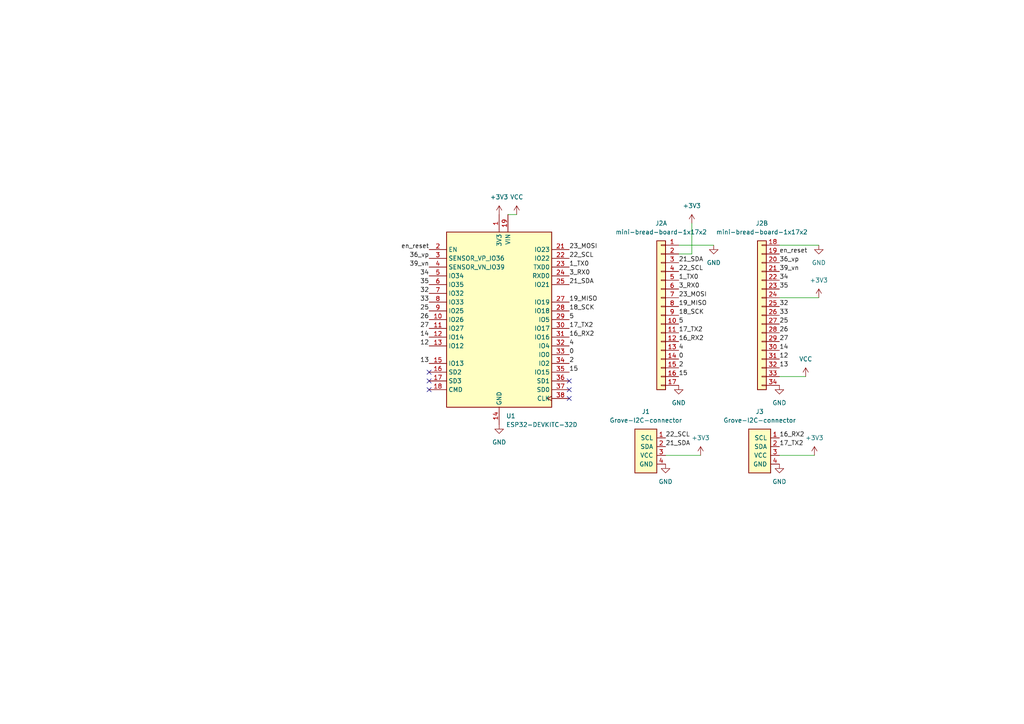
<source format=kicad_sch>
(kicad_sch (version 20230121) (generator eeschema)
  (paper "A4")
  (lib_symbols
    (symbol "asukiaaa-kicad-symbols:ESP32-DEVKITC-32D"
      (property "Reference" "U" (at 12.7 26.67 0))
      (property "Value" "ESP32-DEVKITC-32D" (at 5.08 -27.94 0))
      (symbol "ESP32-DEVKITC-32D_0_0"
        (rectangle (start -15.24 25.4) (end 15.24 -25.4) (stroke (width 0.254)) (fill (type background)))
        (pin power_in line (at 0 30.48 270) (length 5.08) (name "3V3") (number "1"))
        (pin bidirectional line (at -20.32 0 0) (length 5.08) (name "IO26") (number "10"))
        (pin bidirectional line (at -20.32 -2.54 0) (length 5.08) (name "IO27") (number "11"))
        (pin bidirectional line (at -20.32 -5.08 0) (length 5.08) (name "IO14") (number "12"))
        (pin bidirectional line (at -20.32 -7.62 0) (length 5.08) (name "IO12") (number "13"))
        (pin power_in line (at 0 -30.48 90) (length 5.08) (name "GND") (number "14"))
        (pin bidirectional line (at -20.32 -12.7 0) (length 5.08) (name "IO13") (number "15"))
        (pin bidirectional line (at -20.32 -15.24 0) (length 5.08) (name "SD2") (number "16"))
        (pin bidirectional line (at -20.32 -17.78 0) (length 5.08) (name "SD3") (number "17"))
        (pin bidirectional line (at -20.32 -20.32 0) (length 5.08) (name "CMD") (number "18"))
        (pin power_in line (at 2.54 30.48 270) (length 5.08) (name "VIN") (number "19"))
        (pin input line (at -20.32 20.32 0) (length 5.08) (name "EN") (number "2"))
        (pin passive line (at 0 -30.48 90) (length 5.08) hide (name "GND") (number "20"))
        (pin bidirectional line (at 20.32 20.32 180) (length 5.08) (name "IO23") (number "21"))
        (pin bidirectional line (at 20.32 17.78 180) (length 5.08) (name "IO22") (number "22"))
        (pin output line (at 20.32 15.24 180) (length 5.08) (name "TXD0") (number "23"))
        (pin input line (at 20.32 12.7 180) (length 5.08) (name "RXD0") (number "24"))
        (pin bidirectional line (at 20.32 10.16 180) (length 5.08) (name "IO21") (number "25"))
        (pin passive line (at 0 -30.48 90) (length 5.08) hide (name "GND") (number "26"))
        (pin bidirectional line (at 20.32 5.08 180) (length 5.08) (name "IO19") (number "27"))
        (pin bidirectional line (at 20.32 2.54 180) (length 5.08) (name "IO18") (number "28"))
        (pin bidirectional line (at 20.32 0 180) (length 5.08) (name "IO5") (number "29"))
        (pin input line (at -20.32 17.78 0) (length 5.08) (name "SENSOR_VP_IO36") (number "3"))
        (pin bidirectional line (at 20.32 -2.54 180) (length 5.08) (name "IO17") (number "30"))
        (pin bidirectional line (at 20.32 -5.08 180) (length 5.08) (name "IO16") (number "31"))
        (pin bidirectional line (at 20.32 -7.62 180) (length 5.08) (name "IO4") (number "32"))
        (pin bidirectional line (at 20.32 -10.16 180) (length 5.08) (name "IO0") (number "33"))
        (pin bidirectional line (at 20.32 -12.7 180) (length 5.08) (name "IO2") (number "34"))
        (pin bidirectional line (at 20.32 -15.24 180) (length 5.08) (name "IO15") (number "35"))
        (pin bidirectional line (at 20.32 -17.78 180) (length 5.08) (name "SD1") (number "36"))
        (pin bidirectional line (at 20.32 -20.32 180) (length 5.08) (name "SD0") (number "37"))
        (pin input clock (at 20.32 -22.86 180) (length 5.08) (name "CLK") (number "38"))
        (pin input line (at -20.32 15.24 0) (length 5.08) (name "SENSOR_VN_IO39") (number "4"))
        (pin bidirectional line (at -20.32 12.7 0) (length 5.08) (name "IO34") (number "5"))
        (pin bidirectional line (at -20.32 10.16 0) (length 5.08) (name "IO35") (number "6"))
        (pin bidirectional line (at -20.32 7.62 0) (length 5.08) (name "IO32") (number "7"))
        (pin bidirectional line (at -20.32 5.08 0) (length 5.08) (name "IO33") (number "8"))
        (pin bidirectional line (at -20.32 2.54 0) (length 5.08) (name "IO25") (number "9"))
      )
    )
    (symbol "asukiaaa-kicad-symbols:Grove-I2C-connector" (pin_names (offset 1.016))
      (property "Reference" "J" (at 1.27 -7.62 0))
      (property "Value" "Grove-I2C-connector" (at 1.27 7.62 0))
      (symbol "Grove-I2C-connector_0_1"
        (rectangle (start -2.54 6.35) (end 3.81 -6.35) (stroke (width 0.254)) (fill (type background)))
      )
      (symbol "Grove-I2C-connector_1_1"
        (pin input line (at 6.35 3.81 180) (length 2.54) (name "SCL") (number "1"))
        (pin input line (at 6.35 1.27 180) (length 2.54) (name "SDA") (number "2"))
        (pin power_in line (at 6.35 -1.27 180) (length 2.54) (name "VCC") (number "3"))
        (pin power_in line (at 6.35 -3.81 180) (length 2.54) (name "GND") (number "4"))
      )
    )
    (symbol "asukiaaa-kicad-symbols:mini-bread-board-1x17x2" (pin_names hide)
      (property "Reference" "J" (at 0 26.67 0))
      (property "Value" "mini-bread-board-1x17x2" (at 0 24.13 0))
      (symbol "mini-bread-board-1x17x2_1_1"
        (rectangle (start -1.27 -20.193) (end 0 -20.447) (stroke (width 0.1524)))
        (rectangle (start -1.27 -17.653) (end 0 -17.907) (stroke (width 0.1524)))
        (rectangle (start -1.27 -15.113) (end 0 -15.367) (stroke (width 0.1524)))
        (rectangle (start -1.27 -12.573) (end 0 -12.827) (stroke (width 0.1524)))
        (rectangle (start -1.27 -10.033) (end 0 -10.287) (stroke (width 0.1524)))
        (rectangle (start -1.27 -7.493) (end 0 -7.747) (stroke (width 0.1524)))
        (rectangle (start -1.27 -4.953) (end 0 -5.207) (stroke (width 0.1524)))
        (rectangle (start -1.27 -2.413) (end 0 -2.667) (stroke (width 0.1524)))
        (rectangle (start -1.27 0.127) (end 0 -0.127) (stroke (width 0.1524)))
        (rectangle (start -1.27 2.667) (end 0 2.413) (stroke (width 0.1524)))
        (rectangle (start -1.27 5.207) (end 0 4.953) (stroke (width 0.1524)))
        (rectangle (start -1.27 7.747) (end 0 7.493) (stroke (width 0.1524)))
        (rectangle (start -1.27 10.287) (end 0 10.033) (stroke (width 0.1524)))
        (rectangle (start -1.27 12.827) (end 0 12.573) (stroke (width 0.1524)))
        (rectangle (start -1.27 15.367) (end 0 15.113) (stroke (width 0.1524)))
        (rectangle (start -1.27 17.907) (end 0 17.653) (stroke (width 0.1524)))
        (rectangle (start -1.27 20.447) (end 0 20.193) (stroke (width 0.1524)))
        (rectangle (start -1.27 21.59) (end 1.27 -21.59) (stroke (width 0.254)) (fill (type background)))
        (pin passive line (at -5.08 20.32 0) (length 3.81) (name "Pin_18") (number "1"))
        (pin passive line (at -5.08 -2.54 0) (length 3.81) (name "Pin_27") (number "10"))
        (pin passive line (at -5.08 -5.08 0) (length 3.81) (name "Pin_28") (number "11"))
        (pin passive line (at -5.08 -7.62 0) (length 3.81) (name "Pin_29") (number "12"))
        (pin passive line (at -5.08 -10.16 0) (length 3.81) (name "Pin_30") (number "13"))
        (pin passive line (at -5.08 -12.7 0) (length 3.81) (name "Pin_31") (number "14"))
        (pin passive line (at -5.08 -15.24 0) (length 3.81) (name "Pin_32") (number "15"))
        (pin passive line (at -5.08 -17.78 0) (length 3.81) (name "Pin_33") (number "16"))
        (pin passive line (at -5.08 -20.32 0) (length 3.81) (name "Pin_34") (number "17"))
        (pin passive line (at -5.08 17.78 0) (length 3.81) (name "Pin_19") (number "2"))
        (pin passive line (at -5.08 15.24 0) (length 3.81) (name "Pin_20") (number "3"))
        (pin passive line (at -5.08 12.7 0) (length 3.81) (name "Pin_21") (number "4"))
        (pin passive line (at -5.08 10.16 0) (length 3.81) (name "Pin_22") (number "5"))
        (pin passive line (at -5.08 7.62 0) (length 3.81) (name "Pin_23") (number "6"))
        (pin passive line (at -5.08 5.08 0) (length 3.81) (name "Pin_24") (number "7"))
        (pin passive line (at -5.08 2.54 0) (length 3.81) (name "Pin_25") (number "8"))
        (pin passive line (at -5.08 0 0) (length 3.81) (name "Pin_26") (number "9"))
      )
      (symbol "mini-bread-board-1x17x2_2_1"
        (rectangle (start 0 -20.193) (end -1.27 -20.447) (stroke (width 0.1524)))
        (rectangle (start 0 -17.653) (end -1.27 -17.907) (stroke (width 0.1524)))
        (rectangle (start 0 -15.113) (end -1.27 -15.367) (stroke (width 0.1524)))
        (rectangle (start 0 -12.573) (end -1.27 -12.827) (stroke (width 0.1524)))
        (rectangle (start 0 -10.033) (end -1.27 -10.287) (stroke (width 0.1524)))
        (rectangle (start 0 -7.493) (end -1.27 -7.747) (stroke (width 0.1524)))
        (rectangle (start 0 -4.953) (end -1.27 -5.207) (stroke (width 0.1524)))
        (rectangle (start 0 -2.413) (end -1.27 -2.667) (stroke (width 0.1524)))
        (rectangle (start 0 0.127) (end -1.27 -0.127) (stroke (width 0.1524)))
        (rectangle (start 0 2.667) (end -1.27 2.413) (stroke (width 0.1524)))
        (rectangle (start 0 5.207) (end -1.27 4.953) (stroke (width 0.1524)))
        (rectangle (start 0 7.747) (end -1.27 7.493) (stroke (width 0.1524)))
        (rectangle (start 0 10.287) (end -1.27 10.033) (stroke (width 0.1524)))
        (rectangle (start 0 12.827) (end -1.27 12.573) (stroke (width 0.1524)))
        (rectangle (start 0 15.367) (end -1.27 15.113) (stroke (width 0.1524)))
        (rectangle (start 0 17.907) (end -1.27 17.653) (stroke (width 0.1524)))
        (rectangle (start 0 20.447) (end -1.27 20.193) (stroke (width 0.1524)))
        (rectangle (start 1.27 21.59) (end -1.27 -21.59) (stroke (width 0.254)) (fill (type background)))
        (pin passive line (at -5.08 -20.32 0) (length 3.81) (name "Pin_18") (number "18"))
        (pin passive line (at -5.08 -17.78 0) (length 3.81) (name "Pin_19") (number "19"))
        (pin passive line (at -5.08 -15.24 0) (length 3.81) (name "Pin_20") (number "20"))
        (pin passive line (at -5.08 -12.7 0) (length 3.81) (name "Pin_21") (number "21"))
        (pin passive line (at -5.08 -10.16 0) (length 3.81) (name "Pin_22") (number "22"))
        (pin passive line (at -5.08 -7.62 0) (length 3.81) (name "Pin_23") (number "23"))
        (pin passive line (at -5.08 -5.08 0) (length 3.81) (name "Pin_24") (number "24"))
        (pin passive line (at -5.08 -2.54 0) (length 3.81) (name "Pin_25") (number "25"))
        (pin passive line (at -5.08 0 0) (length 3.81) (name "Pin_26") (number "26"))
        (pin passive line (at -5.08 2.54 0) (length 3.81) (name "Pin_27") (number "27"))
        (pin passive line (at -5.08 5.08 0) (length 3.81) (name "Pin_28") (number "28"))
        (pin passive line (at -5.08 7.62 0) (length 3.81) (name "Pin_29") (number "29"))
        (pin passive line (at -5.08 10.16 0) (length 3.81) (name "Pin_30") (number "30"))
        (pin passive line (at -5.08 12.7 0) (length 3.81) (name "Pin_31") (number "31"))
        (pin passive line (at -5.08 15.24 0) (length 3.81) (name "Pin_32") (number "32"))
        (pin passive line (at -5.08 17.78 0) (length 3.81) (name "Pin_33") (number "33"))
        (pin passive line (at -5.08 20.32 0) (length 3.81) (name "Pin_34") (number "34"))
      )
    )
    (symbol "power:+3V3" (power) (pin_names (offset 0))
      (property "Value" "+3V3" (at 0 3.556 0))
      (symbol "+3V3_0_1"
        (polyline (pts (xy -0.762 1.27) (xy 0 2.54)))
        (polyline (pts (xy 0 0) (xy 0 2.54)))
        (polyline (pts (xy 0 2.54) (xy 0.762 1.27)))
      )
      (symbol "+3V3_1_1"
        (pin power_in line (at 0 0 90) (length 0) hide (name "+3V3") (number "1"))
      )
    )
    (symbol "power:GND" (power) (pin_names (offset 0))
      (property "Value" "GND" (at 0 -3.81 0))
      (symbol "GND_0_1"
        (polyline (pts (xy 0 0) (xy 0 -1.27) (xy 1.27 -1.27) (xy 0 -2.54) (xy -1.27 -1.27) (xy 0 -1.27)))
      )
      (symbol "GND_1_1"
        (pin power_in line (at 0 0 270) (length 0) hide (name "GND") (number "1"))
      )
    )
    (symbol "power:VCC" (power) (pin_names (offset 0))
      (property "Value" "VCC" (at 0 3.81 0))
      (symbol "VCC_0_1"
        (polyline (pts (xy -0.762 1.27) (xy 0 2.54)))
        (polyline (pts (xy 0 0) (xy 0 2.54)))
        (polyline (pts (xy 0 2.54) (xy 0.762 1.27)))
      )
      (symbol "VCC_1_1"
        (pin power_in line (at 0 0 90) (length 0) hide (name "VCC") (number "1"))
      )
    )
  )
  (no_connect (at 165.1 115.57))
  (no_connect (at 124.46 110.49))
  (no_connect (at 165.1 110.49))
  (no_connect (at 165.1 113.03))
  (no_connect (at 124.46 113.03))
  (no_connect (at 124.46 107.95))
  (wire (pts (xy 200.66 73.66) (xy 196.85 73.66)))
  (wire (pts (xy 226.06 86.36) (xy 237.49 86.36)))
  (wire (pts (xy 147.32 62.23) (xy 149.86 62.23)))
  (wire (pts (xy 226.06 132.08) (xy 236.22 132.08)))
  (wire (pts (xy 196.85 71.12) (xy 207.01 71.12)))
  (wire (pts (xy 200.66 64.77) (xy 200.66 73.66)))
  (wire (pts (xy 226.06 71.12) (xy 237.49 71.12)))
  (wire (pts (xy 193.04 132.08) (xy 203.2 132.08)))
  (wire (pts (xy 226.06 109.22) (xy 233.68 109.22)))
  (label "23_MOSI" (at 165.1 72.39 0))
  (label "27" (at 226.06 99.06 0))
  (label "19_MISO" (at 196.85 88.9 0))
  (label "5" (at 165.1 92.71 0))
  (label "13" (at 226.06 106.68 0))
  (label "17_TX2" (at 196.85 96.52 0))
  (label "13" (at 124.46 105.41 180))
  (label "26" (at 226.06 96.52 0))
  (label "33" (at 124.46 87.63 180))
  (label "en_reset" (at 226.06 73.66 0))
  (label "12" (at 226.06 104.14 0))
  (label "1_TX0" (at 165.1 77.47 0))
  (label "4" (at 196.85 101.6 0))
  (label "2" (at 196.85 106.68 0))
  (label "0" (at 165.1 102.87 0))
  (label "22_SCL" (at 196.85 78.74 0))
  (label "14" (at 124.46 97.79 180))
  (label "35" (at 124.46 82.55 180))
  (label "25" (at 226.06 93.98 0))
  (label "15" (at 196.85 109.22 0))
  (label "35" (at 226.06 83.82 0))
  (label "1_TX0" (at 196.85 81.28 0))
  (label "16_RX2" (at 226.06 127 0))
  (label "21_SDA" (at 196.85 76.2 0))
  (label "17_TX2" (at 165.1 95.25 0))
  (label "18_SCK" (at 165.1 90.17 0))
  (label "32" (at 226.06 88.9 0))
  (label "21_SDA" (at 165.1 82.55 0))
  (label "39_vn" (at 226.06 78.74 0))
  (label "23_MOSI" (at 196.85 86.36 0))
  (label "15" (at 165.1 107.95 0))
  (label "33" (at 226.06 91.44 0))
  (label "36_vp" (at 124.46 74.93 180))
  (label "36_vp" (at 226.06 76.2 0))
  (label "en_reset" (at 124.46 72.39 180))
  (label "22_SCL" (at 165.1 74.93 0))
  (label "0" (at 196.85 104.14 0))
  (label "5" (at 196.85 93.98 0))
  (label "14" (at 226.06 101.6 0))
  (label "12" (at 124.46 100.33 180))
  (label "26" (at 124.46 92.71 180))
  (label "32" (at 124.46 85.09 180))
  (label "19_MISO" (at 165.1 87.63 0))
  (label "4" (at 165.1 100.33 0))
  (label "27" (at 124.46 95.25 180))
  (label "34" (at 124.46 80.01 180))
  (label "3_RX0" (at 196.85 83.82 0))
  (label "21_SDA" (at 193.04 129.54 0))
  (label "18_SCK" (at 196.85 91.44 0))
  (label "16_RX2" (at 165.1 97.79 0))
  (label "34" (at 226.06 81.28 0))
  (label "3_RX0" (at 165.1 80.01 0))
  (label "25" (at 124.46 90.17 180))
  (label "2" (at 165.1 105.41 0))
  (label "17_TX2" (at 226.06 129.54 0))
  (label "22_SCL" (at 193.04 127 0))
  (label "16_RX2" (at 196.85 99.06 0))
  (label "39_vn" (at 124.46 77.47 180))
  (symbol (lib_id "power:+3V3") (at 203.2 132.08 0) (unit 1)
    (property "Reference" "#PWR?" (effects hide))
    (property "Value" "+3V3" (at 203.2 127 0))
  )
  (symbol (lib_id "power:GND") (at 226.06 134.62 0) (unit 1)
    (property "Reference" "#PWR0114" (effects hide))
    (property "Value" "GND" (at 226.06 139.7 0))
  )
  (symbol (lib_id "power:+3V3") (at 144.78 62.23 0) (unit 1)
    (property "Reference" "#PWR0103" (effects hide))
    (property "Value" "+3V3" (at 144.78 57.15 0))
  )
  (symbol (lib_id "power:GND") (at 193.04 134.62 0) (unit 1)
    (property "Reference" "#PWR0108" (effects hide))
    (property "Value" "GND" (at 193.04 139.7 0))
  )
  (symbol (lib_id "power:GND") (at 237.49 71.12 0) (unit 1)
    (property "Reference" "#PWR0106" (effects hide))
    (property "Value" "GND" (at 237.49 76.2 0))
  )
  (symbol (lib_id "power:+3V3") (at 200.66 64.77 0) (unit 1)
    (property "Reference" "#PWR0111" (effects hide))
    (property "Value" "+3V3" (at 200.66 59.69 0))
  )
  (symbol (lib_id "power:GND") (at 196.85 111.76 0) (unit 1)
    (property "Reference" "#PWR0107" (effects hide))
    (property "Value" "GND" (at 196.85 116.84 0))
  )
  (symbol (lib_id "power:VCC") (at 233.68 109.22 0) (unit 1)
    (property "Reference" "#PWR0104" (effects hide))
    (property "Value" "VCC" (at 233.68 104.14 0))
  )
  (symbol (lib_id "asukiaaa-kicad-symbols:Grove-I2C-connector") (at 219.71 130.81 0) (unit 1)
    (property "Reference" "J3" (at 220.345 119.38 0))
    (property "Value" "Grove-I2C-connector" (at 220.345 121.92 0))
    (property "Footprint" "Connector:NS-Tech_Grove_1x04_P2mm_Vertical" (effects hide))
  )
  (symbol (lib_id "asukiaaa-kicad-symbols:Grove-I2C-connector") (at 186.69 130.81 0) (unit 1)
    (property "Reference" "J1" (at 187.325 119.38 0))
    (property "Value" "Grove-I2C-connector" (at 187.325 121.92 0))
    (property "Footprint" "Connector:NS-Tech_Grove_1x04_P2mm_Vertical" (effects hide))
  )
  (symbol (lib_id "asukiaaa-kicad-symbols:ESP32-DEVKITC-32D") (at 144.78 92.71 0) (unit 1)
    (property "Reference" "U1" (at 146.7994 120.65 0) (effects (justify left)))
    (property "Value" "ESP32-DEVKITC-32D" (at 146.7994 123.19 0) (effects (justify left)))
    (property "Footprint" "asukiaaa-kicad-footprints:ESP32-DEVKITC-32D" (effects hide))
  )
  (symbol (lib_id "power:GND") (at 144.78 123.19 0) (unit 1)
    (property "Reference" "#PWR0101" (effects hide))
    (property "Value" "GND" (at 144.78 128.27 0))
  )
  (symbol (lib_id "power:VCC") (at 149.86 62.23 0) (unit 1)
    (property "Reference" "#PWR0102" (effects hide))
    (property "Value" "VCC" (at 149.86 57.15 0))
  )
  (symbol (lib_id "asukiaaa-kicad-symbols:mini-bread-board-1x17x2") (at 220.98 91.44 180) (unit 2)
    (property "Reference" "J2" (at 220.98 64.77 0))
    (property "Value" "mini-bread-board-1x17x2" (at 220.98 67.31 0))
    (property "Footprint" "asukiaaa-kicad-footprints:mini-bread-board-1x17x2" (effects hide))
  )
  (symbol (lib_id "power:+3V3") (at 236.22 132.08 0) (unit 1)
    (property "Reference" "#PWR?" (effects hide))
    (property "Value" "+3V3" (at 236.22 127 0))
  )
  (symbol (lib_id "power:+3V3") (at 237.49 86.36 0) (unit 1)
    (property "Reference" "#PWR0112" (effects hide))
    (property "Value" "+3V3" (at 237.49 81.28 0))
  )
  (symbol (lib_id "power:GND") (at 207.01 71.12 0) (unit 1)
    (property "Reference" "#PWR0110" (effects hide))
    (property "Value" "GND" (at 207.01 76.2 0))
  )
  (symbol (lib_id "power:GND") (at 226.06 111.76 0) (unit 1)
    (property "Reference" "#PWR0105" (effects hide))
    (property "Value" "GND" (at 226.06 116.84 0))
  )
  (symbol (lib_id "asukiaaa-kicad-symbols:mini-bread-board-1x17x2") (at 191.77 91.44 0) (mirror y) (unit 1)
    (property "Reference" "J2" (at 191.77 64.77 0))
    (property "Value" "mini-bread-board-1x17x2" (at 191.77 67.31 0))
    (property "Footprint" "asukiaaa-kicad-footprints:mini-bread-board-1x17x2" (effects hide))
  )
)
</source>
